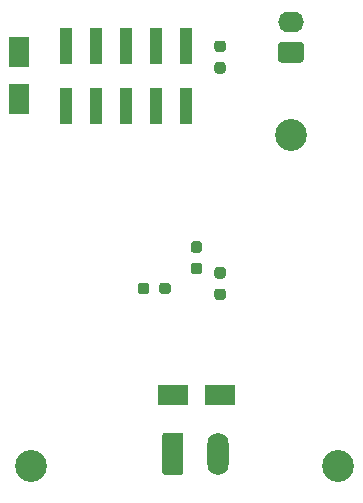
<source format=gbr>
%TF.GenerationSoftware,KiCad,Pcbnew,5.1.10-1.fc34*%
%TF.CreationDate,2021-09-08T08:00:36+01:00*%
%TF.ProjectId,cryosub_power_converter_top_v01,6372796f-7375-4625-9f70-6f7765725f63,rev?*%
%TF.SameCoordinates,Original*%
%TF.FileFunction,Soldermask,Bot*%
%TF.FilePolarity,Negative*%
%FSLAX46Y46*%
G04 Gerber Fmt 4.6, Leading zero omitted, Abs format (unit mm)*
G04 Created by KiCad (PCBNEW 5.1.10-1.fc34) date 2021-09-08 08:00:36*
%MOMM*%
%LPD*%
G01*
G04 APERTURE LIST*
%ADD10R,1.000000X3.150000*%
%ADD11O,2.190000X1.740000*%
%ADD12R,2.500000X1.800000*%
%ADD13R,1.800000X2.500000*%
%ADD14C,2.700000*%
%ADD15O,1.800000X3.600000*%
G04 APERTURE END LIST*
D10*
%TO.C,J2*%
X117080000Y-110525000D03*
X117080000Y-105475000D03*
X114540000Y-110525000D03*
X114540000Y-105475000D03*
X112000000Y-110525000D03*
X112000000Y-105475000D03*
X109460000Y-110525000D03*
X109460000Y-105475000D03*
X106920000Y-110525000D03*
X106920000Y-105475000D03*
%TD*%
D11*
%TO.C,J3*%
X126000000Y-103460000D03*
G36*
G01*
X126845001Y-106870000D02*
X125154999Y-106870000D01*
G75*
G02*
X124905000Y-106620001I0J249999D01*
G01*
X124905000Y-105379999D01*
G75*
G02*
X125154999Y-105130000I249999J0D01*
G01*
X126845001Y-105130000D01*
G75*
G02*
X127095000Y-105379999I0J-249999D01*
G01*
X127095000Y-106620001D01*
G75*
G02*
X126845001Y-106870000I-249999J0D01*
G01*
G37*
%TD*%
D12*
%TO.C,D1*%
X116000000Y-135000000D03*
X120000000Y-135000000D03*
%TD*%
D13*
%TO.C,D2*%
X103000000Y-110000000D03*
X103000000Y-106000000D03*
%TD*%
D14*
%TO.C,H1*%
X104000000Y-141000000D03*
%TD*%
%TO.C,H2*%
X126000000Y-113000000D03*
%TD*%
%TO.C,H3*%
X130000000Y-141000000D03*
%TD*%
%TO.C,J1*%
G36*
G01*
X115100000Y-141550000D02*
X115100000Y-138450000D01*
G75*
G02*
X115350000Y-138200000I250000J0D01*
G01*
X116650000Y-138200000D01*
G75*
G02*
X116900000Y-138450000I0J-250000D01*
G01*
X116900000Y-141550000D01*
G75*
G02*
X116650000Y-141800000I-250000J0D01*
G01*
X115350000Y-141800000D01*
G75*
G02*
X115100000Y-141550000I0J250000D01*
G01*
G37*
D15*
X119810000Y-140000000D03*
%TD*%
%TO.C,R4*%
G36*
G01*
X119762500Y-126012500D02*
X120237500Y-126012500D01*
G75*
G02*
X120475000Y-126250000I0J-237500D01*
G01*
X120475000Y-126750000D01*
G75*
G02*
X120237500Y-126987500I-237500J0D01*
G01*
X119762500Y-126987500D01*
G75*
G02*
X119525000Y-126750000I0J237500D01*
G01*
X119525000Y-126250000D01*
G75*
G02*
X119762500Y-126012500I237500J0D01*
G01*
G37*
G36*
G01*
X119762500Y-124187500D02*
X120237500Y-124187500D01*
G75*
G02*
X120475000Y-124425000I0J-237500D01*
G01*
X120475000Y-124925000D01*
G75*
G02*
X120237500Y-125162500I-237500J0D01*
G01*
X119762500Y-125162500D01*
G75*
G02*
X119525000Y-124925000I0J237500D01*
G01*
X119525000Y-124425000D01*
G75*
G02*
X119762500Y-124187500I237500J0D01*
G01*
G37*
%TD*%
%TO.C,R5*%
G36*
G01*
X114837500Y-126237500D02*
X114837500Y-125762500D01*
G75*
G02*
X115075000Y-125525000I237500J0D01*
G01*
X115575000Y-125525000D01*
G75*
G02*
X115812500Y-125762500I0J-237500D01*
G01*
X115812500Y-126237500D01*
G75*
G02*
X115575000Y-126475000I-237500J0D01*
G01*
X115075000Y-126475000D01*
G75*
G02*
X114837500Y-126237500I0J237500D01*
G01*
G37*
G36*
G01*
X113012500Y-126237500D02*
X113012500Y-125762500D01*
G75*
G02*
X113250000Y-125525000I237500J0D01*
G01*
X113750000Y-125525000D01*
G75*
G02*
X113987500Y-125762500I0J-237500D01*
G01*
X113987500Y-126237500D01*
G75*
G02*
X113750000Y-126475000I-237500J0D01*
G01*
X113250000Y-126475000D01*
G75*
G02*
X113012500Y-126237500I0J237500D01*
G01*
G37*
%TD*%
%TO.C,R6*%
G36*
G01*
X117762500Y-123837500D02*
X118237500Y-123837500D01*
G75*
G02*
X118475000Y-124075000I0J-237500D01*
G01*
X118475000Y-124575000D01*
G75*
G02*
X118237500Y-124812500I-237500J0D01*
G01*
X117762500Y-124812500D01*
G75*
G02*
X117525000Y-124575000I0J237500D01*
G01*
X117525000Y-124075000D01*
G75*
G02*
X117762500Y-123837500I237500J0D01*
G01*
G37*
G36*
G01*
X117762500Y-122012500D02*
X118237500Y-122012500D01*
G75*
G02*
X118475000Y-122250000I0J-237500D01*
G01*
X118475000Y-122750000D01*
G75*
G02*
X118237500Y-122987500I-237500J0D01*
G01*
X117762500Y-122987500D01*
G75*
G02*
X117525000Y-122750000I0J237500D01*
G01*
X117525000Y-122250000D01*
G75*
G02*
X117762500Y-122012500I237500J0D01*
G01*
G37*
%TD*%
%TO.C,R8*%
G36*
G01*
X120237500Y-107812500D02*
X119762500Y-107812500D01*
G75*
G02*
X119525000Y-107575000I0J237500D01*
G01*
X119525000Y-107075000D01*
G75*
G02*
X119762500Y-106837500I237500J0D01*
G01*
X120237500Y-106837500D01*
G75*
G02*
X120475000Y-107075000I0J-237500D01*
G01*
X120475000Y-107575000D01*
G75*
G02*
X120237500Y-107812500I-237500J0D01*
G01*
G37*
G36*
G01*
X120237500Y-105987500D02*
X119762500Y-105987500D01*
G75*
G02*
X119525000Y-105750000I0J237500D01*
G01*
X119525000Y-105250000D01*
G75*
G02*
X119762500Y-105012500I237500J0D01*
G01*
X120237500Y-105012500D01*
G75*
G02*
X120475000Y-105250000I0J-237500D01*
G01*
X120475000Y-105750000D01*
G75*
G02*
X120237500Y-105987500I-237500J0D01*
G01*
G37*
%TD*%
M02*

</source>
